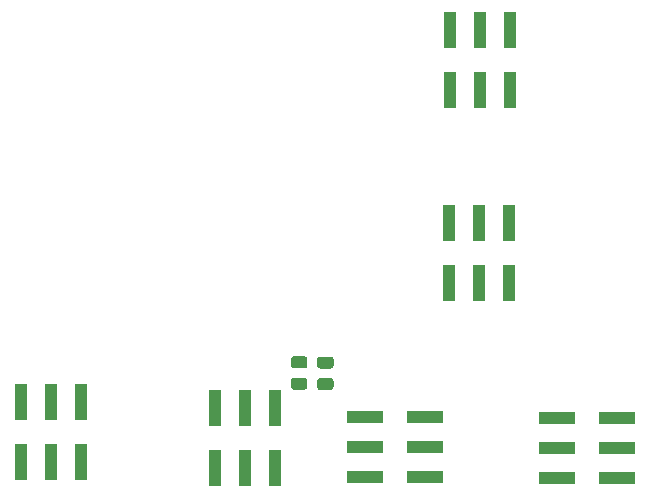
<source format=gbr>
%TF.GenerationSoftware,KiCad,Pcbnew,(5.1.12)-1*%
%TF.CreationDate,2022-11-07T03:47:31-06:00*%
%TF.ProjectId,perovskite_contact_board,7065726f-7673-46b6-9974-655f636f6e74,rev?*%
%TF.SameCoordinates,Original*%
%TF.FileFunction,Paste,Bot*%
%TF.FilePolarity,Positive*%
%FSLAX46Y46*%
G04 Gerber Fmt 4.6, Leading zero omitted, Abs format (unit mm)*
G04 Created by KiCad (PCBNEW (5.1.12)-1) date 2022-11-07 03:47:31*
%MOMM*%
%LPD*%
G01*
G04 APERTURE LIST*
%ADD10R,1.000000X3.150000*%
%ADD11R,3.150000X1.000000*%
G04 APERTURE END LIST*
%TO.C,R1*%
G36*
G01*
X197187399Y-78350700D02*
X198087401Y-78350700D01*
G75*
G02*
X198337400Y-78600699I0J-249999D01*
G01*
X198337400Y-79125701D01*
G75*
G02*
X198087401Y-79375700I-249999J0D01*
G01*
X197187399Y-79375700D01*
G75*
G02*
X196937400Y-79125701I0J249999D01*
G01*
X196937400Y-78600699D01*
G75*
G02*
X197187399Y-78350700I249999J0D01*
G01*
G37*
G36*
G01*
X197187399Y-76525700D02*
X198087401Y-76525700D01*
G75*
G02*
X198337400Y-76775699I0J-249999D01*
G01*
X198337400Y-77300701D01*
G75*
G02*
X198087401Y-77550700I-249999J0D01*
G01*
X197187399Y-77550700D01*
G75*
G02*
X196937400Y-77300701I0J249999D01*
G01*
X196937400Y-76775699D01*
G75*
G02*
X197187399Y-76525700I249999J0D01*
G01*
G37*
%TD*%
%TO.C,R4*%
G36*
G01*
X199397199Y-76551100D02*
X200297201Y-76551100D01*
G75*
G02*
X200547200Y-76801099I0J-249999D01*
G01*
X200547200Y-77326101D01*
G75*
G02*
X200297201Y-77576100I-249999J0D01*
G01*
X199397199Y-77576100D01*
G75*
G02*
X199147200Y-77326101I0J249999D01*
G01*
X199147200Y-76801099D01*
G75*
G02*
X199397199Y-76551100I249999J0D01*
G01*
G37*
G36*
G01*
X199397199Y-78376100D02*
X200297201Y-78376100D01*
G75*
G02*
X200547200Y-78626099I0J-249999D01*
G01*
X200547200Y-79151101D01*
G75*
G02*
X200297201Y-79401100I-249999J0D01*
G01*
X199397199Y-79401100D01*
G75*
G02*
X199147200Y-79151101I0J249999D01*
G01*
X199147200Y-78626099D01*
G75*
G02*
X199397199Y-78376100I249999J0D01*
G01*
G37*
%TD*%
D10*
%TO.C,J1*%
X174117000Y-80391000D03*
X174117000Y-85441000D03*
X176657000Y-80391000D03*
X176657000Y-85441000D03*
X179197000Y-80391000D03*
X179197000Y-85441000D03*
%TD*%
%TO.C,J2*%
X190500000Y-80899000D03*
X190500000Y-85949000D03*
X193040000Y-80899000D03*
X193040000Y-85949000D03*
X195580000Y-80899000D03*
X195580000Y-85949000D03*
%TD*%
D11*
%TO.C,J3*%
X224506000Y-81788000D03*
X219456000Y-81788000D03*
X224506000Y-84328000D03*
X219456000Y-84328000D03*
X224506000Y-86868000D03*
X219456000Y-86868000D03*
%TD*%
%TO.C,J4*%
X203230000Y-86741000D03*
X208280000Y-86741000D03*
X203230000Y-84201000D03*
X208280000Y-84201000D03*
X203230000Y-81661000D03*
X208280000Y-81661000D03*
%TD*%
D10*
%TO.C,J5*%
X210439000Y-48910000D03*
X210439000Y-53960000D03*
X212979000Y-48910000D03*
X212979000Y-53960000D03*
X215519000Y-48910000D03*
X215519000Y-53960000D03*
%TD*%
%TO.C,J6*%
X210312000Y-65278000D03*
X210312000Y-70328000D03*
X212852000Y-65278000D03*
X212852000Y-70328000D03*
X215392000Y-65278000D03*
X215392000Y-70328000D03*
%TD*%
M02*

</source>
